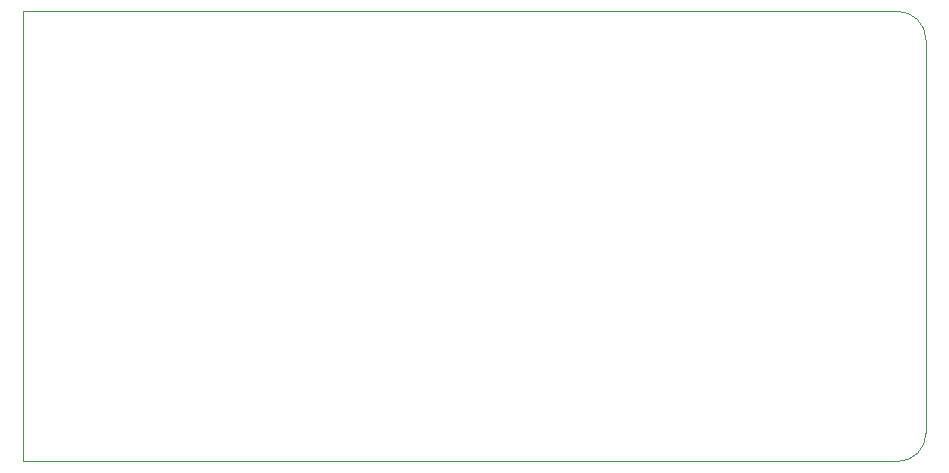
<source format=gbr>
G04 #@! TF.GenerationSoftware,KiCad,Pcbnew,5.1.0*
G04 #@! TF.CreationDate,2019-05-04T21:29:49+08:00*
G04 #@! TF.ProjectId,pcbtest,70636274-6573-4742-9e6b-696361645f70,rev?*
G04 #@! TF.SameCoordinates,Original*
G04 #@! TF.FileFunction,Profile,NP*
%FSLAX46Y46*%
G04 Gerber Fmt 4.6, Leading zero omitted, Abs format (unit mm)*
G04 Created by KiCad (PCBNEW 5.1.0) date 2019-05-04 21:29:49*
%MOMM*%
%LPD*%
G04 APERTURE LIST*
%ADD10C,0.050000*%
G04 APERTURE END LIST*
D10*
X145796000Y-114300000D02*
X146050000Y-114300000D01*
X145796000Y-76200000D02*
X145796000Y-114300000D01*
X146050000Y-76200000D02*
X145796000Y-76200000D01*
X146050000Y-114300000D02*
X148431250Y-114300000D01*
X148431250Y-76200000D02*
X146050000Y-76200000D01*
X148431250Y-76200000D02*
X219868750Y-76200000D01*
X219868750Y-114300000D02*
X148431250Y-114300000D01*
X222250000Y-111918750D02*
G75*
G02X219868750Y-114300000I-2381250J0D01*
G01*
X222250000Y-78581250D02*
X222250000Y-111918750D01*
X219868750Y-76200000D02*
G75*
G02X222250000Y-78581250I0J-2381250D01*
G01*
M02*

</source>
